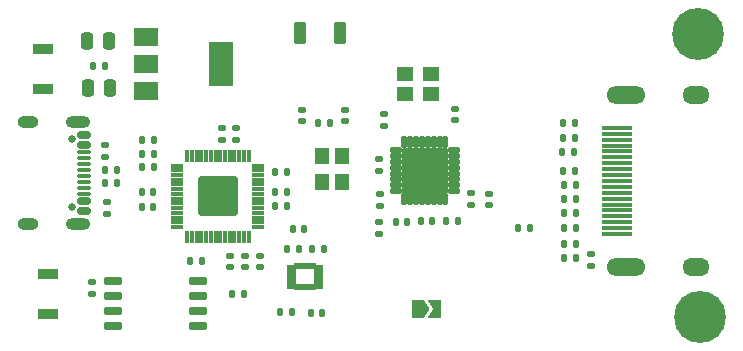
<source format=gbr>
%TF.GenerationSoftware,KiCad,Pcbnew,7.0.8*%
%TF.CreationDate,2024-04-11T13:26:54+03:00*%
%TF.ProjectId,rp2040DVI,72703230-3430-4445-9649-2e6b69636164,rev?*%
%TF.SameCoordinates,Original*%
%TF.FileFunction,Soldermask,Top*%
%TF.FilePolarity,Negative*%
%FSLAX46Y46*%
G04 Gerber Fmt 4.6, Leading zero omitted, Abs format (unit mm)*
G04 Created by KiCad (PCBNEW 7.0.8) date 2024-04-11 13:26:54*
%MOMM*%
%LPD*%
G01*
G04 APERTURE LIST*
G04 Aperture macros list*
%AMRoundRect*
0 Rectangle with rounded corners*
0 $1 Rounding radius*
0 $2 $3 $4 $5 $6 $7 $8 $9 X,Y pos of 4 corners*
0 Add a 4 corners polygon primitive as box body*
4,1,4,$2,$3,$4,$5,$6,$7,$8,$9,$2,$3,0*
0 Add four circle primitives for the rounded corners*
1,1,$1+$1,$2,$3*
1,1,$1+$1,$4,$5*
1,1,$1+$1,$6,$7*
1,1,$1+$1,$8,$9*
0 Add four rect primitives between the rounded corners*
20,1,$1+$1,$2,$3,$4,$5,0*
20,1,$1+$1,$4,$5,$6,$7,0*
20,1,$1+$1,$6,$7,$8,$9,0*
20,1,$1+$1,$8,$9,$2,$3,0*%
%AMFreePoly0*
4,1,6,1.000000,0.000000,0.500000,-0.750000,-0.500000,-0.750000,-0.500000,0.750000,0.500000,0.750000,1.000000,0.000000,1.000000,0.000000,$1*%
%AMFreePoly1*
4,1,6,0.500000,-0.750000,-0.650000,-0.750000,-0.150000,0.000000,-0.650000,0.750000,0.500000,0.750000,0.500000,-0.750000,0.500000,-0.750000,$1*%
G04 Aperture macros list end*
%ADD10C,0.010000*%
%ADD11RoundRect,0.140000X0.170000X-0.140000X0.170000X0.140000X-0.170000X0.140000X-0.170000X-0.140000X0*%
%ADD12RoundRect,0.135000X0.135000X0.185000X-0.135000X0.185000X-0.135000X-0.185000X0.135000X-0.185000X0*%
%ADD13RoundRect,0.135000X0.185000X-0.135000X0.185000X0.135000X-0.185000X0.135000X-0.185000X-0.135000X0*%
%ADD14RoundRect,0.140000X-0.140000X-0.170000X0.140000X-0.170000X0.140000X0.170000X-0.140000X0.170000X0*%
%ADD15RoundRect,0.150000X-0.650000X-0.150000X0.650000X-0.150000X0.650000X0.150000X-0.650000X0.150000X0*%
%ADD16RoundRect,0.135000X-0.135000X-0.185000X0.135000X-0.185000X0.135000X0.185000X-0.135000X0.185000X0*%
%ADD17R,1.200000X1.400000*%
%ADD18RoundRect,0.108000X0.094000X-0.414000X0.094000X0.414000X-0.094000X0.414000X-0.094000X-0.414000X0*%
%ADD19RoundRect,0.122000X0.400000X-0.080000X0.400000X0.080000X-0.400000X0.080000X-0.400000X-0.080000X0*%
%ADD20RoundRect,0.102000X1.550000X-1.550000X1.550000X1.550000X-1.550000X1.550000X-1.550000X-1.550000X0*%
%ADD21R,1.700000X0.900000*%
%ADD22R,2.000000X1.500000*%
%ADD23R,2.000000X3.800000*%
%ADD24RoundRect,0.250000X-0.250000X-0.475000X0.250000X-0.475000X0.250000X0.475000X-0.250000X0.475000X0*%
%ADD25RoundRect,0.135000X-0.185000X0.135000X-0.185000X-0.135000X0.185000X-0.135000X0.185000X0.135000X0*%
%ADD26C,0.700000*%
%ADD27C,4.400000*%
%ADD28R,2.600000X0.300000*%
%ADD29O,3.300000X1.500000*%
%ADD30O,2.300000X1.500000*%
%ADD31RoundRect,0.147500X-0.147500X-0.172500X0.147500X-0.172500X0.147500X0.172500X-0.147500X0.172500X0*%
%ADD32RoundRect,0.140000X-0.170000X0.140000X-0.170000X-0.140000X0.170000X-0.140000X0.170000X0.140000X0*%
%ADD33RoundRect,0.140000X0.140000X0.170000X-0.140000X0.170000X-0.140000X-0.170000X0.140000X-0.170000X0*%
%ADD34RoundRect,0.110100X-0.396900X-0.126900X0.396900X-0.126900X0.396900X0.126900X-0.396900X0.126900X0*%
%ADD35RoundRect,0.129000X-0.108000X-0.378000X0.108000X-0.378000X0.108000X0.378000X-0.108000X0.378000X0*%
%ADD36RoundRect,0.102000X-1.850000X-1.850000X1.850000X-1.850000X1.850000X1.850000X-1.850000X1.850000X0*%
%ADD37R,1.400000X1.200000*%
%ADD38FreePoly0,0.000000*%
%ADD39FreePoly1,0.000000*%
%ADD40RoundRect,0.102000X-0.400000X-0.800000X0.400000X-0.800000X0.400000X0.800000X-0.400000X0.800000X0*%
%ADD41C,0.650000*%
%ADD42RoundRect,0.150000X-0.425000X0.150000X-0.425000X-0.150000X0.425000X-0.150000X0.425000X0.150000X0*%
%ADD43RoundRect,0.075000X-0.500000X0.075000X-0.500000X-0.075000X0.500000X-0.075000X0.500000X0.075000X0*%
%ADD44O,2.100000X1.000000*%
%ADD45O,1.800000X1.000000*%
G04 APERTURE END LIST*
%TO.C,U2*%
D10*
X174770000Y-99525000D02*
X174060000Y-99525000D01*
X174060000Y-99075000D01*
X174770000Y-99075000D01*
X174770000Y-99525000D01*
G36*
X174770000Y-99525000D02*
G01*
X174060000Y-99525000D01*
X174060000Y-99075000D01*
X174770000Y-99075000D01*
X174770000Y-99525000D01*
G37*
X174770000Y-100025000D02*
X174060000Y-100025000D01*
X174060000Y-99575000D01*
X174770000Y-99575000D01*
X174770000Y-100025000D01*
G36*
X174770000Y-100025000D02*
G01*
X174060000Y-100025000D01*
X174060000Y-99575000D01*
X174770000Y-99575000D01*
X174770000Y-100025000D01*
G37*
X174770000Y-100525000D02*
X174060000Y-100525000D01*
X174060000Y-100075000D01*
X174770000Y-100075000D01*
X174770000Y-100525000D01*
G36*
X174770000Y-100525000D02*
G01*
X174060000Y-100525000D01*
X174060000Y-100075000D01*
X174770000Y-100075000D01*
X174770000Y-100525000D01*
G37*
X174770000Y-101025000D02*
X174060000Y-101025000D01*
X174060000Y-100575000D01*
X174770000Y-100575000D01*
X174770000Y-101025000D01*
G36*
X174770000Y-101025000D02*
G01*
X174060000Y-101025000D01*
X174060000Y-100575000D01*
X174770000Y-100575000D01*
X174770000Y-101025000D01*
G37*
X175430000Y-99360000D02*
X174720000Y-99360000D01*
X174720000Y-98910000D01*
X175430000Y-98910000D01*
X175430000Y-99360000D01*
G36*
X175430000Y-99360000D02*
G01*
X174720000Y-99360000D01*
X174720000Y-98910000D01*
X175430000Y-98910000D01*
X175430000Y-99360000D01*
G37*
X175430000Y-101190000D02*
X174720000Y-101190000D01*
X174720000Y-100740000D01*
X175430000Y-100740000D01*
X175430000Y-101190000D01*
G36*
X175430000Y-101190000D02*
G01*
X174720000Y-101190000D01*
X174720000Y-100740000D01*
X175430000Y-100740000D01*
X175430000Y-101190000D01*
G37*
X175930000Y-99360000D02*
X175220000Y-99360000D01*
X175220000Y-98910000D01*
X175930000Y-98910000D01*
X175930000Y-99360000D01*
G36*
X175930000Y-99360000D02*
G01*
X175220000Y-99360000D01*
X175220000Y-98910000D01*
X175930000Y-98910000D01*
X175930000Y-99360000D01*
G37*
X175930000Y-101190000D02*
X175220000Y-101190000D01*
X175220000Y-100740000D01*
X175930000Y-100740000D01*
X175930000Y-101190000D01*
G36*
X175930000Y-101190000D02*
G01*
X175220000Y-101190000D01*
X175220000Y-100740000D01*
X175930000Y-100740000D01*
X175930000Y-101190000D01*
G37*
X176430000Y-99360000D02*
X175720000Y-99360000D01*
X175720000Y-98910000D01*
X176430000Y-98910000D01*
X176430000Y-99360000D01*
G36*
X176430000Y-99360000D02*
G01*
X175720000Y-99360000D01*
X175720000Y-98910000D01*
X176430000Y-98910000D01*
X176430000Y-99360000D01*
G37*
X176430000Y-101190000D02*
X175720000Y-101190000D01*
X175720000Y-100740000D01*
X176430000Y-100740000D01*
X176430000Y-101190000D01*
G36*
X176430000Y-101190000D02*
G01*
X175720000Y-101190000D01*
X175720000Y-100740000D01*
X176430000Y-100740000D01*
X176430000Y-101190000D01*
G37*
X177090000Y-99525000D02*
X176380000Y-99525000D01*
X176380000Y-99075000D01*
X177090000Y-99075000D01*
X177090000Y-99525000D01*
G36*
X177090000Y-99525000D02*
G01*
X176380000Y-99525000D01*
X176380000Y-99075000D01*
X177090000Y-99075000D01*
X177090000Y-99525000D01*
G37*
X177090000Y-100025000D02*
X176380000Y-100025000D01*
X176380000Y-99575000D01*
X177090000Y-99575000D01*
X177090000Y-100025000D01*
G36*
X177090000Y-100025000D02*
G01*
X176380000Y-100025000D01*
X176380000Y-99575000D01*
X177090000Y-99575000D01*
X177090000Y-100025000D01*
G37*
X177090000Y-100525000D02*
X176380000Y-100525000D01*
X176380000Y-100075000D01*
X177090000Y-100075000D01*
X177090000Y-100525000D01*
G36*
X177090000Y-100525000D02*
G01*
X176380000Y-100525000D01*
X176380000Y-100075000D01*
X177090000Y-100075000D01*
X177090000Y-100525000D01*
G37*
X177090000Y-101025000D02*
X176380000Y-101025000D01*
X176380000Y-100575000D01*
X177090000Y-100575000D01*
X177090000Y-101025000D01*
G36*
X177090000Y-101025000D02*
G01*
X176380000Y-101025000D01*
X176380000Y-100575000D01*
X177090000Y-100575000D01*
X177090000Y-101025000D01*
G37*
%TD*%
D11*
%TO.C,C28*%
X179000000Y-86960000D03*
X179000000Y-86000000D03*
%TD*%
D12*
%TO.C,R19*%
X198530000Y-92342000D03*
X197510000Y-92342000D03*
%TD*%
D13*
%TO.C,R27*%
X181920000Y-94110000D03*
X181920000Y-93090000D03*
%TD*%
D14*
%TO.C,C12*%
X161780000Y-92950000D03*
X162740000Y-92950000D03*
%TD*%
D15*
%TO.C,U3*%
X159350000Y-100495000D03*
X159350000Y-101765000D03*
X159350000Y-103035000D03*
X159350000Y-104305000D03*
X166550000Y-104305000D03*
X166550000Y-103035000D03*
X166550000Y-101765000D03*
X166550000Y-100495000D03*
%TD*%
D12*
%TO.C,R8*%
X175140000Y-97790000D03*
X174120000Y-97790000D03*
%TD*%
%TO.C,R20*%
X198530000Y-93532000D03*
X197510000Y-93532000D03*
%TD*%
%TO.C,R4*%
X166910000Y-98800000D03*
X165890000Y-98800000D03*
%TD*%
D16*
%TO.C,R6*%
X158690000Y-92180000D03*
X159710000Y-92180000D03*
%TD*%
D11*
%TO.C,C1*%
X182300000Y-87330000D03*
X182300000Y-86370000D03*
%TD*%
D12*
%TO.C,R14*%
X194670000Y-95970000D03*
X193650000Y-95970000D03*
%TD*%
D11*
%TO.C,C11*%
X168600000Y-88500000D03*
X168600000Y-87540000D03*
%TD*%
D12*
%TO.C,R17*%
X198426666Y-89526666D03*
X197406666Y-89526666D03*
%TD*%
D17*
%TO.C,Y1*%
X178738000Y-92116000D03*
X178738000Y-89916000D03*
X177038000Y-89916000D03*
X177038000Y-92116000D03*
%TD*%
D12*
%TO.C,R15*%
X198542000Y-98496000D03*
X197522000Y-98496000D03*
%TD*%
D18*
%TO.C,U4*%
X165635000Y-96735000D03*
X166035000Y-96735000D03*
X166435000Y-96735000D03*
X166835000Y-96735000D03*
X167235000Y-96735000D03*
X167635000Y-96735000D03*
X168035000Y-96735000D03*
X168435000Y-96735000D03*
X168835000Y-96735000D03*
X169235000Y-96735000D03*
X169635000Y-96735000D03*
X170035000Y-96735000D03*
X170435000Y-96735000D03*
X170835000Y-96735000D03*
D19*
X171670000Y-95900000D03*
X171670000Y-95500000D03*
X171670000Y-95100000D03*
X171670000Y-94700000D03*
X171670000Y-94300000D03*
X171670000Y-93900000D03*
X171670000Y-93500000D03*
X171670000Y-93100000D03*
X171670000Y-92700000D03*
X171670000Y-92300000D03*
X171670000Y-91900000D03*
X171670000Y-91500000D03*
X171670000Y-91100000D03*
X171670000Y-90700000D03*
D18*
X170835000Y-89865000D03*
X170435000Y-89865000D03*
X170035000Y-89865000D03*
X169635000Y-89865000D03*
X169235000Y-89865000D03*
X168835000Y-89865000D03*
X168435000Y-89865000D03*
X168035000Y-89865000D03*
X167635000Y-89865000D03*
X167235000Y-89865000D03*
X166835000Y-89865000D03*
X166435000Y-89865000D03*
X166035000Y-89865000D03*
X165635000Y-89865000D03*
D19*
X164800000Y-90700000D03*
X164800000Y-91100000D03*
X164800000Y-91500000D03*
X164800000Y-91900000D03*
X164800000Y-92300000D03*
X164800000Y-92700000D03*
X164800000Y-93100000D03*
X164800000Y-93500000D03*
X164800000Y-93900000D03*
X164800000Y-94300000D03*
X164800000Y-94700000D03*
X164800000Y-95100000D03*
X164800000Y-95500000D03*
X164800000Y-95900000D03*
D20*
X168235000Y-93300000D03*
%TD*%
D21*
%TO.C,RESET*%
X153390000Y-80810000D03*
X153390000Y-84210000D03*
%TD*%
D22*
%TO.C,U1*%
X162170000Y-79780000D03*
X162170000Y-82080000D03*
D23*
X168470000Y-82080000D03*
D22*
X162170000Y-84380000D03*
%TD*%
D13*
%TO.C,R28*%
X181910000Y-96500000D03*
X181910000Y-95480000D03*
%TD*%
D24*
%TO.C,C6*%
X157120000Y-80150000D03*
X159020000Y-80150000D03*
%TD*%
D25*
%TO.C,R24*%
X199820000Y-98170000D03*
X199820000Y-99190000D03*
%TD*%
D12*
%TO.C,R21*%
X198530000Y-94720000D03*
X197510000Y-94720000D03*
%TD*%
D14*
%TO.C,C16*%
X161810000Y-94170000D03*
X162770000Y-94170000D03*
%TD*%
D26*
%TO.C,H2*%
X207380000Y-103490000D03*
X207863274Y-102323274D03*
X207863274Y-104656726D03*
X209030000Y-101840000D03*
D27*
X209030000Y-103490000D03*
D26*
X209030000Y-105140000D03*
X210196726Y-102323274D03*
X210196726Y-104656726D03*
X210680000Y-103490000D03*
%TD*%
D14*
%TO.C,C4*%
X174570000Y-96050000D03*
X175530000Y-96050000D03*
%TD*%
D28*
%TO.C,J1*%
X202000000Y-87500000D03*
X202000000Y-88000000D03*
X202000000Y-88500000D03*
X202000000Y-89000000D03*
X202000000Y-89500000D03*
X202000000Y-90000000D03*
X202000000Y-90500000D03*
X202000000Y-91000000D03*
X202000000Y-91500000D03*
X202000000Y-92000000D03*
X202000000Y-92500000D03*
X202000000Y-93000000D03*
X202000000Y-93500000D03*
X202000000Y-94000000D03*
X202000000Y-94500000D03*
X202000000Y-95000000D03*
X202000000Y-95500000D03*
X202000000Y-96000000D03*
X202000000Y-96500000D03*
D29*
X202760000Y-84750000D03*
X202760000Y-99250000D03*
D30*
X208720000Y-84750000D03*
X208720000Y-99250000D03*
%TD*%
D31*
%TO.C,L1*%
X176735000Y-87060000D03*
X177705000Y-87060000D03*
%TD*%
D12*
%TO.C,R25*%
X158710000Y-82310000D03*
X157690000Y-82310000D03*
%TD*%
D32*
%TO.C,C17*%
X171800000Y-98320000D03*
X171800000Y-99280000D03*
%TD*%
D13*
%TO.C,R1*%
X158710000Y-89980000D03*
X158710000Y-88960000D03*
%TD*%
D14*
%TO.C,C2*%
X176090000Y-103180000D03*
X177050000Y-103180000D03*
%TD*%
D16*
%TO.C,R5*%
X173090000Y-92950000D03*
X174110000Y-92950000D03*
%TD*%
D14*
%TO.C,C9*%
X161850000Y-89680000D03*
X162810000Y-89680000D03*
%TD*%
D32*
%TO.C,C24*%
X191150000Y-93080000D03*
X191150000Y-94040000D03*
%TD*%
%TO.C,C14*%
X170500000Y-98320000D03*
X170500000Y-99280000D03*
%TD*%
D16*
%TO.C,R7*%
X158690000Y-91080000D03*
X159710000Y-91080000D03*
%TD*%
D32*
%TO.C,C15*%
X169230000Y-98320000D03*
X169230000Y-99280000D03*
%TD*%
D14*
%TO.C,C25*%
X185400000Y-95400000D03*
X186360000Y-95400000D03*
%TD*%
D33*
%TO.C,C26*%
X184270000Y-95440000D03*
X183310000Y-95440000D03*
%TD*%
D34*
%TO.C,U5*%
X183300000Y-89370000D03*
X183300000Y-89870000D03*
X183300000Y-90370000D03*
X183300000Y-90870000D03*
X183300000Y-91370000D03*
X183300000Y-91870000D03*
X183300000Y-92370000D03*
X183300000Y-92870000D03*
D35*
X184000000Y-93570000D03*
X184500000Y-93570000D03*
X185000000Y-93570000D03*
X185500000Y-93570000D03*
X186000000Y-93570000D03*
X186500000Y-93570000D03*
X187000000Y-93570000D03*
X187500000Y-93570000D03*
D34*
X188200000Y-92870000D03*
X188200000Y-92370000D03*
X188200000Y-91870000D03*
X188200000Y-91370000D03*
X188200000Y-90870000D03*
X188200000Y-90370000D03*
X188200000Y-89870000D03*
X188200000Y-89370000D03*
D35*
X187500000Y-88670000D03*
X187000000Y-88670000D03*
X186500000Y-88670000D03*
X186000000Y-88670000D03*
X185500000Y-88670000D03*
X185000000Y-88670000D03*
X184500000Y-88670000D03*
X184000000Y-88670000D03*
D36*
X185750000Y-91120000D03*
%TD*%
D12*
%TO.C,R13*%
X198443332Y-87120000D03*
X197423332Y-87120000D03*
%TD*%
D14*
%TO.C,C18*%
X173100000Y-91250000D03*
X174060000Y-91250000D03*
%TD*%
D37*
%TO.C,Y2*%
X184040000Y-84670000D03*
X186240000Y-84670000D03*
X186240000Y-82970000D03*
X184040000Y-82970000D03*
%TD*%
D38*
%TO.C,BOOT JUMPER*%
X185203000Y-102870000D03*
D39*
X186653000Y-102870000D03*
%TD*%
D12*
%TO.C,R18*%
X198500000Y-91162000D03*
X197480000Y-91162000D03*
%TD*%
D16*
%TO.C,R26*%
X187510000Y-95410000D03*
X188530000Y-95410000D03*
%TD*%
D40*
%TO.C,J3*%
X175151500Y-79470000D03*
X178551500Y-79470000D03*
%TD*%
D24*
%TO.C,C5*%
X157220000Y-84150000D03*
X159120000Y-84150000D03*
%TD*%
D11*
%TO.C,C27*%
X175360000Y-86960000D03*
X175360000Y-86000000D03*
%TD*%
D12*
%TO.C,R22*%
X198540000Y-97310000D03*
X197520000Y-97310000D03*
%TD*%
D25*
%TO.C,R2*%
X158810000Y-93770000D03*
X158810000Y-94790000D03*
%TD*%
D12*
%TO.C,R16*%
X198450000Y-88323333D03*
X197430000Y-88323333D03*
%TD*%
D25*
%TO.C,R3*%
X157600000Y-100550000D03*
X157600000Y-101570000D03*
%TD*%
D11*
%TO.C,C21*%
X188300000Y-86850000D03*
X188300000Y-85890000D03*
%TD*%
D26*
%TO.C,H1*%
X207270000Y-79600000D03*
X207753274Y-78433274D03*
X207753274Y-80766726D03*
X208920000Y-77950000D03*
D27*
X208920000Y-79600000D03*
D26*
X208920000Y-81250000D03*
X210086726Y-78433274D03*
X210086726Y-80766726D03*
X210570000Y-79600000D03*
%TD*%
D12*
%TO.C,R23*%
X198560000Y-95970000D03*
X197540000Y-95970000D03*
%TD*%
D11*
%TO.C,C13*%
X169800000Y-88500000D03*
X169800000Y-87540000D03*
%TD*%
D32*
%TO.C,C23*%
X189680000Y-93050000D03*
X189680000Y-94010000D03*
%TD*%
D14*
%TO.C,C3*%
X173100000Y-94100000D03*
X174060000Y-94100000D03*
%TD*%
%TO.C,C10*%
X161830000Y-90810000D03*
X162790000Y-90810000D03*
%TD*%
D11*
%TO.C,C22*%
X181900000Y-91130000D03*
X181900000Y-90170000D03*
%TD*%
D21*
%TO.C,BOOT*%
X153880000Y-103240000D03*
X153880000Y-99840000D03*
%TD*%
D33*
%TO.C,C19*%
X174470000Y-103124000D03*
X173510000Y-103124000D03*
%TD*%
D14*
%TO.C,C8*%
X161850000Y-88510000D03*
X162810000Y-88510000D03*
%TD*%
D12*
%TO.C,R9*%
X177210000Y-97780000D03*
X176190000Y-97780000D03*
%TD*%
D14*
%TO.C,C7*%
X169446000Y-101600000D03*
X170406000Y-101600000D03*
%TD*%
D41*
%TO.C,J2*%
X155865000Y-88450000D03*
X155865000Y-94230000D03*
D42*
X156940000Y-88140000D03*
X156940000Y-88940000D03*
D43*
X156940000Y-90090000D03*
X156940000Y-91090000D03*
X156940000Y-91590000D03*
X156940000Y-92590000D03*
D42*
X156940000Y-93740000D03*
X156940000Y-94540000D03*
X156940000Y-94540000D03*
X156940000Y-93740000D03*
D43*
X156940000Y-93090000D03*
X156940000Y-92090000D03*
X156940000Y-90590000D03*
X156940000Y-89590000D03*
D42*
X156940000Y-88940000D03*
X156940000Y-88140000D03*
D44*
X156365000Y-87020000D03*
D45*
X152185000Y-87020000D03*
D44*
X156365000Y-95660000D03*
D45*
X152185000Y-95660000D03*
%TD*%
M02*

</source>
